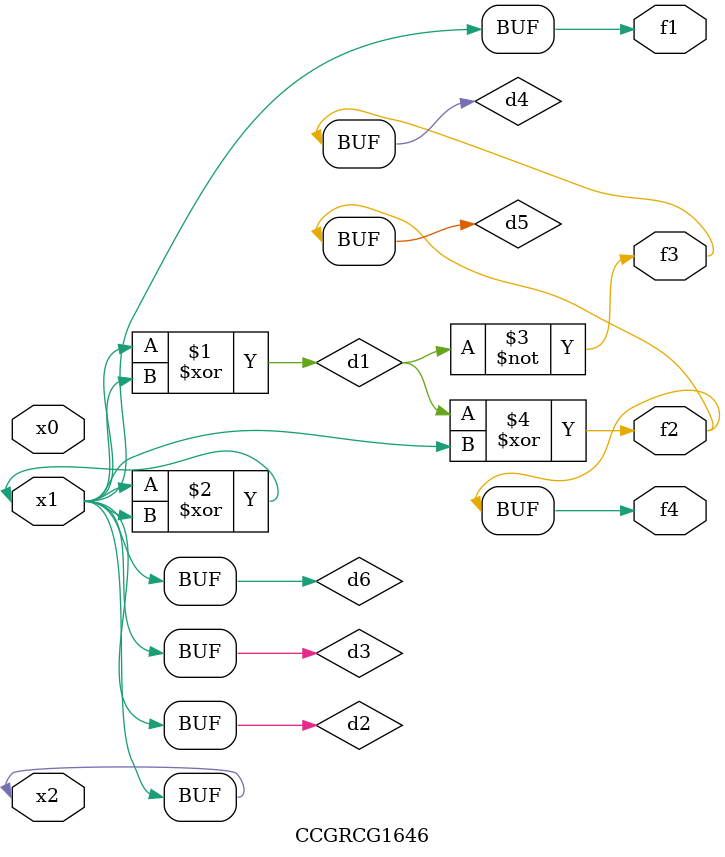
<source format=v>
module CCGRCG1646(
	input x0, x1, x2,
	output f1, f2, f3, f4
);

	wire d1, d2, d3, d4, d5, d6;

	xor (d1, x1, x2);
	buf (d2, x1, x2);
	xor (d3, x1, x2);
	nor (d4, d1);
	xor (d5, d1, d2);
	buf (d6, d2, d3);
	assign f1 = d6;
	assign f2 = d5;
	assign f3 = d4;
	assign f4 = d5;
endmodule

</source>
